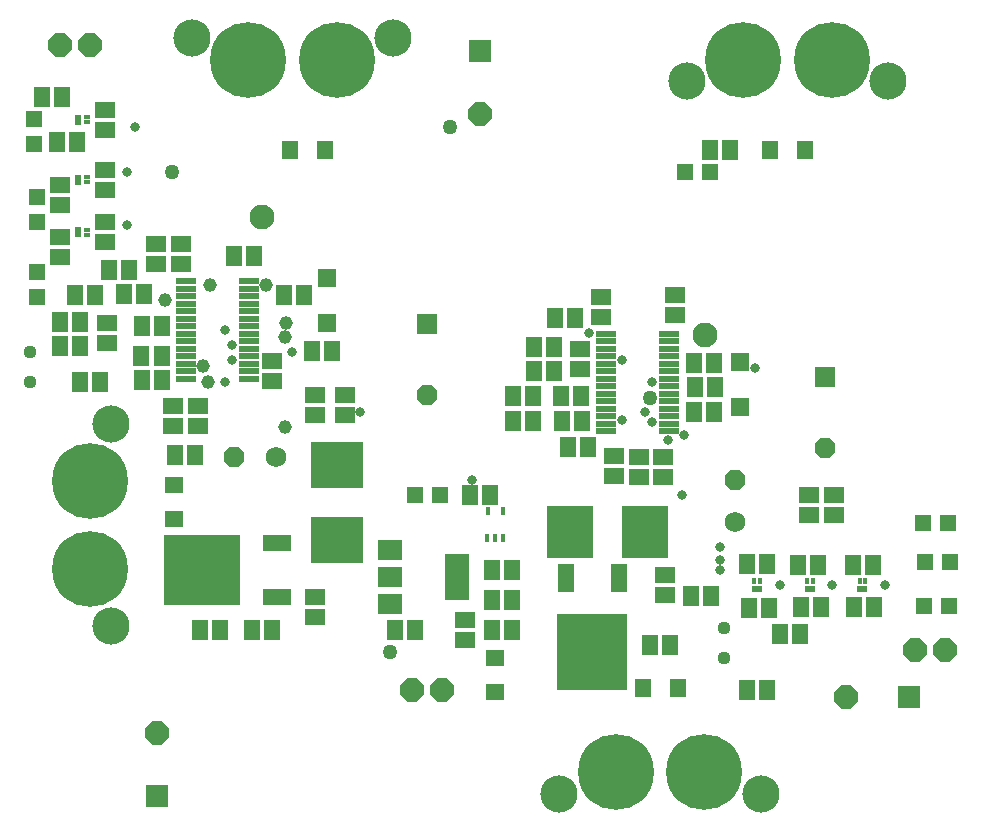
<source format=gts>
G75*
%MOIN*%
%OFA0B0*%
%FSLAX25Y25*%
%IPPOS*%
%LPD*%
%AMOC8*
5,1,8,0,0,1.08239X$1,22.5*
%
%ADD10OC8,0.07724*%
%ADD11C,0.12400*%
%ADD12C,0.25269*%
%ADD13R,0.06506X0.05718*%
%ADD14R,0.05718X0.06506*%
%ADD15OC8,0.06900*%
%ADD16C,0.06900*%
%ADD17R,0.06112X0.06112*%
%ADD18R,0.05324X0.05324*%
%ADD19R,0.06900X0.02000*%
%ADD20R,0.01584X0.02175*%
%ADD21R,0.03356X0.02175*%
%ADD22R,0.05718X0.06112*%
%ADD23R,0.06112X0.05718*%
%ADD24R,0.25797X0.23435*%
%ADD25R,0.09261X0.05324*%
%ADD26R,0.17300X0.15600*%
%ADD27R,0.15600X0.17300*%
%ADD28R,0.07724X0.07724*%
%ADD29R,0.23435X0.25797*%
%ADD30R,0.05324X0.09261*%
%ADD31C,0.04378*%
%ADD32R,0.01781X0.02962*%
%ADD33R,0.08474X0.06506*%
%ADD34R,0.08474X0.15561*%
%ADD35R,0.02175X0.01584*%
%ADD36R,0.02175X0.03356*%
%ADD37R,0.06937X0.06937*%
%ADD38OC8,0.06937*%
%ADD39C,0.04962*%
%ADD40C,0.04600*%
%ADD41C,0.03300*%
%ADD42C,0.08277*%
D10*
X0056000Y0041433D03*
X0141000Y0056000D03*
X0151000Y0056000D03*
X0285567Y0053500D03*
X0308491Y0069153D03*
X0318491Y0069153D03*
X0163500Y0248067D03*
X0033500Y0271000D03*
X0023500Y0271000D03*
D11*
X0067400Y0273100D03*
X0134600Y0273100D03*
X0232400Y0258900D03*
X0299600Y0258900D03*
X0040600Y0144600D03*
X0040600Y0077400D03*
X0189900Y0021400D03*
X0257100Y0021400D03*
D12*
X0238250Y0028500D03*
X0208750Y0028500D03*
X0033500Y0096250D03*
X0033500Y0125750D03*
X0086250Y0266000D03*
X0115750Y0266000D03*
X0251250Y0266000D03*
X0280750Y0266000D03*
D13*
X0228461Y0187634D03*
X0228461Y0180941D03*
X0203847Y0180381D03*
X0203847Y0187074D03*
X0196824Y0169529D03*
X0196824Y0162836D03*
X0208282Y0133821D03*
X0208282Y0127128D03*
X0216431Y0127043D03*
X0216431Y0133736D03*
X0224629Y0133723D03*
X0224629Y0127030D03*
X0225034Y0094292D03*
X0225034Y0087599D03*
X0273291Y0114392D03*
X0273291Y0121085D03*
X0281426Y0121024D03*
X0281426Y0114331D03*
X0158500Y0079346D03*
X0158500Y0072654D03*
X0108500Y0080154D03*
X0108500Y0086846D03*
X0069356Y0143889D03*
X0069356Y0150582D03*
X0061099Y0150620D03*
X0061099Y0143927D03*
X0039042Y0171727D03*
X0039042Y0178420D03*
X0055390Y0198003D03*
X0055390Y0204696D03*
X0063801Y0204593D03*
X0063801Y0197901D03*
X0038500Y0205154D03*
X0038500Y0211846D03*
X0038500Y0222654D03*
X0038500Y0229346D03*
X0038500Y0242654D03*
X0038500Y0249346D03*
X0023500Y0224346D03*
X0023500Y0217654D03*
X0023500Y0206846D03*
X0023500Y0200154D03*
X0094154Y0165752D03*
X0094154Y0159059D03*
X0108500Y0154346D03*
X0108500Y0147654D03*
X0118500Y0147654D03*
X0118500Y0154346D03*
D14*
X0114311Y0169059D03*
X0107619Y0169059D03*
X0104823Y0187704D03*
X0098130Y0187704D03*
X0088095Y0200627D03*
X0081402Y0200627D03*
X0057390Y0177189D03*
X0050697Y0177189D03*
X0050678Y0167414D03*
X0057371Y0167414D03*
X0057400Y0159307D03*
X0050707Y0159307D03*
X0036846Y0158500D03*
X0030154Y0158500D03*
X0030198Y0170478D03*
X0023505Y0170478D03*
X0023571Y0178665D03*
X0030264Y0178665D03*
X0028520Y0187595D03*
X0035213Y0187595D03*
X0044730Y0187888D03*
X0051423Y0187888D03*
X0046445Y0196060D03*
X0039752Y0196060D03*
X0029346Y0238500D03*
X0022654Y0238500D03*
X0024346Y0253500D03*
X0017654Y0253500D03*
X0061733Y0134303D03*
X0068426Y0134303D03*
X0070154Y0076000D03*
X0076846Y0076000D03*
X0087654Y0076000D03*
X0094346Y0076000D03*
X0135154Y0076000D03*
X0141846Y0076000D03*
X0167654Y0076000D03*
X0174346Y0076000D03*
X0174346Y0086000D03*
X0167654Y0086000D03*
X0167654Y0096000D03*
X0174346Y0096000D03*
X0166846Y0121000D03*
X0160154Y0121000D03*
X0174529Y0145716D03*
X0181222Y0145716D03*
X0181150Y0153857D03*
X0174457Y0153857D03*
X0181460Y0162127D03*
X0188153Y0162127D03*
X0188107Y0170219D03*
X0181415Y0170219D03*
X0188473Y0179780D03*
X0195166Y0179780D03*
X0197292Y0153825D03*
X0190599Y0153825D03*
X0190694Y0145647D03*
X0197387Y0145647D03*
X0199539Y0136906D03*
X0192846Y0136906D03*
X0234945Y0148644D03*
X0241638Y0148644D03*
X0241730Y0156800D03*
X0235037Y0156800D03*
X0234936Y0164933D03*
X0241629Y0164933D03*
X0252498Y0097799D03*
X0259191Y0097799D03*
X0269569Y0097722D03*
X0276262Y0097722D03*
X0287818Y0097724D03*
X0294511Y0097724D03*
X0294906Y0083739D03*
X0288213Y0083739D03*
X0277206Y0083544D03*
X0270513Y0083544D03*
X0270178Y0074750D03*
X0263485Y0074750D03*
X0259965Y0083200D03*
X0253272Y0083200D03*
X0240390Y0087139D03*
X0233698Y0087139D03*
X0226846Y0071000D03*
X0220154Y0071000D03*
X0252654Y0056000D03*
X0259346Y0056000D03*
X0246846Y0236000D03*
X0240154Y0236000D03*
D15*
X0248380Y0125934D03*
X0081500Y0133500D03*
D16*
X0095500Y0133500D03*
X0248380Y0111934D03*
D17*
X0250103Y0150357D03*
X0250103Y0165318D03*
X0112679Y0178307D03*
X0112679Y0193267D03*
D18*
X0141866Y0121000D03*
X0150134Y0121000D03*
X0231866Y0228500D03*
X0240134Y0228500D03*
X0311326Y0111638D03*
X0319593Y0111638D03*
X0320134Y0098500D03*
X0311866Y0098500D03*
X0311605Y0083989D03*
X0319872Y0083989D03*
X0016000Y0186866D03*
X0016000Y0195134D03*
X0016000Y0211866D03*
X0016000Y0220134D03*
X0014865Y0237858D03*
X0014865Y0246125D03*
D19*
X0065550Y0192250D03*
X0065550Y0189750D03*
X0065550Y0187250D03*
X0065550Y0184750D03*
X0065550Y0182250D03*
X0065550Y0179750D03*
X0065550Y0177250D03*
X0065550Y0174750D03*
X0065550Y0172250D03*
X0065550Y0169750D03*
X0065550Y0167250D03*
X0065550Y0164750D03*
X0065550Y0162250D03*
X0065550Y0159750D03*
X0086450Y0159750D03*
X0086450Y0162250D03*
X0086450Y0164750D03*
X0086450Y0167250D03*
X0086450Y0169750D03*
X0086450Y0172250D03*
X0086450Y0174750D03*
X0086450Y0177250D03*
X0086450Y0179750D03*
X0086450Y0182250D03*
X0086450Y0184750D03*
X0086450Y0187250D03*
X0086450Y0189750D03*
X0086450Y0192250D03*
X0205550Y0174750D03*
X0205550Y0172250D03*
X0205550Y0169750D03*
X0205550Y0167250D03*
X0205550Y0164750D03*
X0205550Y0162250D03*
X0205550Y0159750D03*
X0205550Y0157250D03*
X0205550Y0154750D03*
X0205550Y0152250D03*
X0205550Y0149750D03*
X0205550Y0147250D03*
X0205550Y0144750D03*
X0205550Y0142250D03*
X0226450Y0142250D03*
X0226450Y0144750D03*
X0226450Y0147250D03*
X0226450Y0149750D03*
X0226450Y0152250D03*
X0226450Y0154750D03*
X0226450Y0157250D03*
X0226450Y0159750D03*
X0226450Y0162250D03*
X0226450Y0164750D03*
X0226450Y0167250D03*
X0226450Y0169750D03*
X0226450Y0172250D03*
X0226450Y0174750D03*
D20*
X0254958Y0092378D03*
X0256730Y0092378D03*
X0272614Y0092378D03*
X0274386Y0092378D03*
X0290114Y0092378D03*
X0291886Y0092378D03*
D21*
X0291000Y0089622D03*
X0273500Y0089622D03*
X0255844Y0089622D03*
D22*
X0229429Y0056739D03*
X0218011Y0056739D03*
X0260291Y0236000D03*
X0271709Y0236000D03*
X0111709Y0236000D03*
X0100291Y0236000D03*
D23*
X0061446Y0124209D03*
X0061446Y0112791D03*
X0168500Y0066709D03*
X0168500Y0055291D03*
D24*
X0071000Y0096000D03*
D25*
X0095803Y0087024D03*
X0095803Y0104976D03*
D26*
X0116000Y0105950D03*
X0116000Y0131050D03*
D27*
X0193450Y0108500D03*
X0218550Y0108500D03*
D28*
X0056000Y0020567D03*
X0306433Y0053500D03*
X0163500Y0268933D03*
D29*
X0201000Y0068500D03*
D30*
X0192024Y0093303D03*
X0209976Y0093303D03*
D31*
X0244880Y0076735D03*
X0244880Y0066735D03*
X0013500Y0158500D03*
X0013500Y0168500D03*
D32*
X0166059Y0115429D03*
X0171059Y0115429D03*
X0171059Y0106571D03*
X0168500Y0106571D03*
X0165941Y0106571D03*
D33*
X0133598Y0102555D03*
X0133598Y0093500D03*
X0133598Y0084445D03*
D34*
X0156000Y0093500D03*
D35*
X0032378Y0207614D03*
X0032378Y0209386D03*
X0032378Y0225114D03*
X0032378Y0226886D03*
X0032378Y0245114D03*
X0032378Y0246886D03*
D36*
X0029622Y0246000D03*
X0029622Y0226000D03*
X0029622Y0208500D03*
D37*
X0146000Y0177811D03*
X0278500Y0160311D03*
D38*
X0278500Y0136689D03*
X0146000Y0154189D03*
D39*
X0220045Y0153347D03*
X0133500Y0068500D03*
X0061000Y0228500D03*
X0153500Y0243500D03*
D40*
X0092200Y0191000D03*
X0098808Y0178192D03*
X0098500Y0173500D03*
X0071300Y0163900D03*
X0072900Y0158500D03*
X0098500Y0143500D03*
X0058500Y0186000D03*
X0073500Y0191000D03*
D41*
X0078500Y0176000D03*
X0081000Y0171000D03*
X0081000Y0166000D03*
X0078500Y0158500D03*
X0101000Y0168500D03*
X0123500Y0148500D03*
X0161000Y0126000D03*
X0211000Y0146000D03*
X0218500Y0148500D03*
X0220835Y0145200D03*
X0226192Y0139273D03*
X0231550Y0141000D03*
X0221000Y0158500D03*
X0211000Y0166000D03*
X0199927Y0174855D03*
X0255171Y0163416D03*
X0231000Y0121000D03*
X0243500Y0103500D03*
X0243500Y0099300D03*
X0243500Y0096000D03*
X0263500Y0091000D03*
X0281000Y0091000D03*
X0298500Y0091000D03*
X0048500Y0243500D03*
X0046000Y0228500D03*
X0046000Y0211000D03*
D42*
X0091000Y0213500D03*
X0238500Y0174112D03*
M02*

</source>
